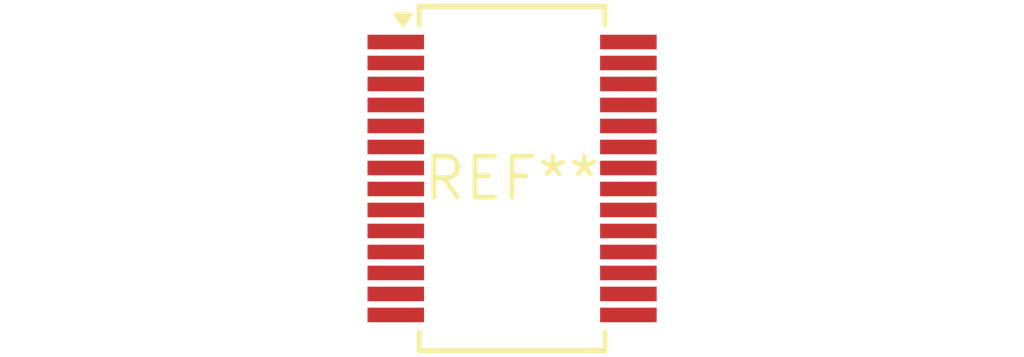
<source format=kicad_pcb>
(kicad_pcb (version 20240108) (generator pcbnew)
  (layers (0 "F.Cu" signal) (31 "B.Cu" signal) (34 "B.Paste" user) (35 "F.Paste" user) (36 "B.SilkS" user "B.Silkscreen") (37 "F.SilkS" user "F.Silkscreen") (38 "B.Mask" user) (39 "F.Mask" user) (44 "Edge.Cuts" user))
  (net 0 "")
  (footprint "SSOP-28_5.3x10.2mm_P0.65mm" (layer "F.Cu") (at 0 0)
    (property "Reference" "REF**")
    (property "Value" "SSOP-28_5.3x10.2mm_P0.65mm")
    (fp_line (start -2.875 -5.325) (end -2.875 -4.75) (layer "F.SilkS") (stroke (width 0.15)))
    (fp_line (start -2.875 -5.325) (end 2.875 -5.325) (layer "F.SilkS") (stroke (width 0.15)))
    (fp_line (start -2.875 4.75) (end -2.875 5.325) (layer "F.SilkS") (stroke (width 0.15)))
    (fp_line (start -2.875 5.325) (end 2.875 5.325) (layer "F.SilkS") (stroke (width 0.15)))
    (fp_line (start 2.875 -5.325) (end 2.875 -4.75) (layer "F.SilkS") (stroke (width 0.15)))
    (fp_line (start 2.875 4.75) (end 2.875 5.325) (layer "F.SilkS") (stroke (width 0.15)))
    (fp_poly (pts (xy -3.375 -4.75) (xy -3.615 -5.08) (xy -3.135 -5.08) (xy -3.375 -4.75)) (layer "F.SilkS") (stroke (width 0.12)) (fill solid))
    (pad "1" smd rect (at -3.6 -4.225) (size 1.75 0.45) (layers "F.Cu" "F.Paste" "F.Mask"))
    (pad "2" smd rect (at -3.6 -3.575) (size 1.75 0.45) (layers "F.Cu" "F.Paste" "F.Mask"))
    (pad "3" smd rect (at -3.6 -2.925) (size 1.75 0.45) (layers "F.Cu" "F.Paste" "F.Mask"))
    (pad "4" smd rect (at -3.6 -2.275) (size 1.75 0.45) (layers "F.Cu" "F.Paste" "F.Mask"))
    (pad "5" smd rect (at -3.6 -1.625) (size 1.75 0.45) (layers "F.Cu" "F.Paste" "F.Mask"))
    (pad "6" smd rect (at -3.6 -0.975) (size 1.75 0.45) (layers "F.Cu" "F.Paste" "F.Mask"))
    (pad "7" smd rect (at -3.6 -0.325) (size 1.75 0.45) (layers "F.Cu" "F.Paste" "F.Mask"))
    (pad "8" smd rect (at -3.6 0.325) (size 1.75 0.45) (layers "F.Cu" "F.Paste" "F.Mask"))
    (pad "9" smd rect (at -3.6 0.975) (size 1.75 0.45) (layers "F.Cu" "F.Paste" "F.Mask"))
    (pad "10" smd rect (at -3.6 1.625) (size 1.75 0.45) (layers "F.Cu" "F.Paste" "F.Mask"))
    (pad "11" smd rect (at -3.6 2.275) (size 1.75 0.45) (layers "F.Cu" "F.Paste" "F.Mask"))
    (pad "12" smd rect (at -3.6 2.925) (size 1.75 0.45) (layers "F.Cu" "F.Paste" "F.Mask"))
    (pad "13" smd rect (at -3.6 3.575) (size 1.75 0.45) (layers "F.Cu" "F.Paste" "F.Mask"))
    (pad "14" smd rect (at -3.6 4.225) (size 1.75 0.45) (layers "F.Cu" "F.Paste" "F.Mask"))
    (pad "15" smd rect (at 3.6 4.225) (size 1.75 0.45) (layers "F.Cu" "F.Paste" "F.Mask"))
    (pad "16" smd rect (at 3.6 3.575) (size 1.75 0.45) (layers "F.Cu" "F.Paste" "F.Mask"))
    (pad "17" smd rect (at 3.6 2.925) (size 1.75 0.45) (layers "F.Cu" "F.Paste" "F.Mask"))
    (pad "18" smd rect (at 3.6 2.275) (size 1.75 0.45) (layers "F.Cu" "F.Paste" "F.Mask"))
    (pad "19" smd rect (at 3.6 1.625) (size 1.75 0.45) (layers "F.Cu" "F.Paste" "F.Mask"))
    (pad "20" smd rect (at 3.6 0.975) (size 1.75 0.45) (layers "F.Cu" "F.Paste" "F.Mask"))
    (pad "21" smd rect (at 3.6 0.325) (size 1.75 0.45) (layers "F.Cu" "F.Paste" "F.Mask"))
    (pad "22" smd rect (at 3.6 -0.325) (size 1.75 0.45) (layers "F.Cu" "F.Paste" "F.Mask"))
    (pad "23" smd rect (at 3.6 -0.975) (size 1.75 0.45) (layers "F.Cu" "F.Paste" "F.Mask"))
    (pad "24" smd rect (at 3.6 -1.625) (size 1.75 0.45) (layers "F.Cu" "F.Paste" "F.Mask"))
    (pad "25" smd rect (at 3.6 -2.275) (size 1.75 0.45) (layers "F.Cu" "F.Paste" "F.Mask"))
    (pad "26" smd rect (at 3.6 -2.925) (size 1.75 0.45) (layers "F.Cu" "F.Paste" "F.Mask"))
    (pad "27" smd rect (at 3.6 -3.575) (size 1.75 0.45) (layers "F.Cu" "F.Paste" "F.Mask"))
    (pad "28" smd rect (at 3.6 -4.225) (size 1.75 0.45) (layers "F.Cu" "F.Paste" "F.Mask"))
  )
)
</source>
